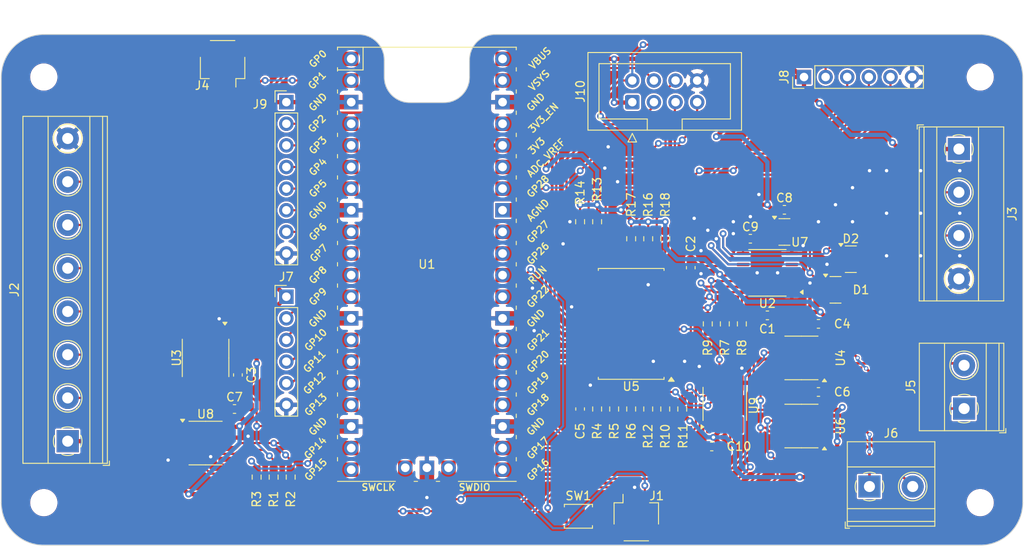
<source format=kicad_pcb>
(kicad_pcb (version 20240108) (generator "pcbnew") (generator_version "8.0")
  (layers (0 "F.Cu" signal) (31 "B.Cu" signal) (34 "B.Paste" user) (35 "F.Paste" user) (36 "B.SilkS" user "B.Silkscreen") (37 "F.SilkS" user "F.Silkscreen") (38 "B.Mask" user) (39 "F.Mask" user) (44 "Edge.Cuts" user))
  (net 0 "")
  (net 1 "GND")
  (net 2 "+5V")
  (net 3 "+3V3")
  (net 4 "/4.5V_VREF")
  (net 5 "/SWDIO")
  (net 6 "/SWCLK")
  (net 7 "/UART_RX")
  (net 8 "/UART_TX")
  (net 9 "/THCPL1_NEG")
  (net 10 "/THCPL1_POS")
  (net 11 "/THCPL2_NEG")
  (net 12 "/THCPL2_POS")
  (net 13 "/ADC_0")
  (net 14 "/IO_1")
  (net 15 "/IO_2")
  (net 16 "/IO_3")
  (net 17 "/IO_5")
  (net 18 "/IO_4")
  (net 19 "/ADC_1")
  (net 20 "/~{SPI1_CS0}")
  (net 21 "/EXT_SCL")
  (net 22 "/I2C0_SCL")
  (net 23 "/I2C0_SDA")
  (net 24 "/EXT_SDA")
  (net 25 "/~{EXT_INT}")
  (net 26 "/I2C1_SDA")
  (net 27 "/SPI0_RX")
  (net 28 "/SPI0_SCK")
  (net 29 "/I2C1_SCL")
  (net 30 "/GPIO2")
  (net 31 "/ZC_SIG")
  (net 32 "/HV_SCL")
  (net 33 "/HV_SDA")
  (net 34 "/~{IO_INT}")
  (net 35 "/~{MUX_INT}")
  (net 36 "/ADS_SDA")
  (net 37 "/TIMER_SDA")
  (net 38 "/ADS_SCL")
  (net 39 "/TIMER_SCL")
  (net 40 "/~{ADS_RDY}")
  (net 41 "/~{TIMER_INT}")
  (net 42 "/~{SPI0_CS1}")
  (net 43 "/~{SPI0_CS0}")
  (net 44 "+BATT")
  (net 45 "/SPI1_TX")
  (net 46 "/SPI1_RX")
  (net 47 "/SPI1_SCK")
  (net 48 "/GPIO6")
  (net 49 "/GPIO5")
  (net 50 "/GPIO3")
  (net 51 "/GPIO4")
  (net 52 "/GPIO7")
  (net 53 "/IO_6")
  (net 61 "Net-(U1-RUN)")
  (net 67 "/HV_IO2")
  (net 76 "/HV_IO1")
  (footprint "Connector_PinHeader_2.54mm:PinHeader_1x06_P2.54mm_Vertical" (layer "F.Cu") (at 139.3 40 90)
    (property "Reference" "J8")
    (property "Value" "EXT_I2C")
  )
  (footprint "Connector_PinHeader_2.54mm:PinHeader_1x06_P2.54mm_Vertical" (layer "F.Cu") (at 78.49 65.81)
    (property "Reference" "J7")
    (property "Value" "EXT_SPI")
  )
  (footprint "Capacitor_SMD:C_0603_1608Metric_Pad1.08x0.95mm_HandSolder" (layer "F.Cu") (at 133 59)
    (property "Reference" "C9")
    (property "Value" "0.1u")
  )
  (footprint "MountingHole:MountingHole_2.7mm_M2.5" (layer "F.Cu") (at 50 40)
    (property "Reference" "H1" (hide yes))
    (property "Value" "MountingHole")
  )
  (footprint "Package_SO:TSSOP-16_4.4x5mm_P0.65mm" (layer "F.Cu") (at 135 63 180)
    (property "Reference" "U2")
    (property "Value" "ADS1119IPWR")
  )
  (footprint "Package_SO:SOIC-8_3.9x4.9mm_P1.27mm" (layer "F.Cu") (at 69 83)
    (property "Reference" "U8")
    (property "Value" "FM24CL16B")
  )
  (footprint "MountingHole:MountingHole_2.7mm_M2.5" (layer "F.Cu") (at 160 90)
    (property "Reference" "H4" (hide yes))
    (property "Value" "MountingHole")
  )
  (footprint "Capacitor_SMD:C_0603_1608Metric_Pad1.08x0.95mm_HandSolder" (layer "F.Cu") (at 126 62.4 -90)
    (property "Reference" "C2")
    (property "Value" "0.1u")
  )
  (footprint "Package_SO:TSSOP-16_4.4x5mm_P0.65mm" (layer "F.Cu") (at 69 73 -90)
    (property "Reference" "U3")
    (property "Value" "TCA9534")
  )
  (footprint "Resistor_SMD:R_0603_1608Metric_Pad0.98x0.95mm_HandSolder" (layer "F.Cu") (at 121 59 -90)
    (property "Reference" "R16")
    (property "Value" "1k")
  )
  (footprint "Resistor_SMD:R_0603_1608Metric_Pad0.98x0.95mm_HandSolder" (layer "F.Cu") (at 119 79 90)
    (property "Reference" "R6")
    (property "Value" "1k")
  )
  (footprint "Resistor_SMD:R_0603_1608Metric_Pad0.98x0.95mm_HandSolder" (layer "F.Cu") (at 113 57 -90)
    (property "Reference" "R14")
    (property "Value" "1k")
  )
  (footprint "MCU_RaspberryPi_and_Boards:RPi_Pico_SMD_TH" (layer "F.Cu") (at 95 62)
    (property "Reference" "U1")
    (property "Value" "Pico")
  )
  (footprint "Resistor_SMD:R_0603_1608Metric_Pad0.98x0.95mm_HandSolder" (layer "F.Cu") (at 125 79 90)
    (property "Reference" "R11")
    (property "Value" "1k")
  )
  (footprint "Resistor_SMD:R_0603_1608Metric_Pad0.98x0.95mm_HandSolder" (layer "F.Cu") (at 75 87 90)
    (property "Reference" "R3")
    (property "Value" "1k")
  )
  (footprint "Connector_JST:JST_SH_SM03B-SRSS-TB_1x03-1MP_P1.00mm_Horizontal" (layer "F.Cu") (at 119.6 91.8)
    (property "Reference" "J1")
    (property "Value" "SWD")
  )
  (footprint "Package_TO_SOT_SMD:SOT-23" (layer "F.Cu") (at 144.8 61.4)
    (property "Reference" "D2")
    (property "Value" "4.7v")
  )
  (footprint "Resistor_SMD:R_0603_1608Metric_Pad0.98x0.95mm_HandSolder" (layer "F.Cu") (at 119 59 -90)
    (property "Reference" "R17")
    (property "Value" "1k")
  )
  (footprint "Resistor_SMD:R_0603_1608Metric_Pad0.98x0.95mm_HandSolder" (layer "F.Cu") (at 123 59 -90)
    (property "Reference" "R18")
    (property "Value" "1k")
  )
  (footprint "TerminalBlock_Phoenix:TerminalBlock_Phoenix_MKDS-1,5-4-5.08_1x04_P5.08mm_Horizontal" (layer "F.Cu") (at 157.5 48.46 -90)
    (property "Reference" "J3")
    (property "Value" "Conn_01x04")
  )
  (footprint "Resistor_SMD:R_0603_1608Metric_Pad0.98x0.95mm_HandSolder" (layer "F.Cu") (at 130 69 90)
    (property "Reference" "R7")
    (property "Value" "1k")
  )
  (footprint "Capacitor_SMD:C_0603_1608Metric_Pad1.08x0.95mm_HandSolder" (layer "F.Cu") (at 141 69 180)
    (property "Reference" "C4")
    (property "Value" "0.1u")
  )
  (footprint "TerminalBlock_Phoenix:TerminalBlock_Phoenix_MKDS-1,5-8-5.08_1x08_P5.08mm_Horizontal" (layer "F.Cu") (at 52.805 82.78 90)
    (property "Reference" "J2")
    (property "Value" "GPIO")
  )
  (footprint "Resistor_SMD:R_0603_1608Metric_Pad0.98x0.95mm_HandSolder" (layer "F.Cu") (at 132 69 90)
    (property "Reference" "R8")
    (property "Value" "1k")
  )
  (footprint "Capacitor_SMD:C_0603_1608Metric_Pad1.08x0.95mm_HandSolder" (layer "F.Cu") (at 135 68 180)
    (property "Reference" "C1")
    (property "Value" "0.1u")
  )
  (footprint "Resistor_SMD:R_0603_1608Metric_Pad0.98x0.95mm_HandSolder" (layer "F.Cu") (at 117 79 90)
    (property "Reference" "R5")
    (property "Value" "1k")
  )
  (footprint "MountingHole:MountingHole_2.7mm_M2.5" (layer "F.Cu") (at 50 90)
    (property "Reference" "H2" (hide yes))
    (property "Value" "MountingHole")
  )
  (footprint "Resistor_SMD:R_0603_1608Metric_Pad0.98x0.95mm_HandSolder" (layer "F.Cu") (at 79 87 90)
    (property "Reference" "R2")
    (property "Value" "1k")
  )
  (footprint "Package_SO:SOIC-8_3.9x4.9mm_P1.27mm" (layer "F.Cu") (at 139 81 180)
    (property "Reference" "U6")
    (property "Value" "MAX31855EASA")
  )
  (footprint "Resistor_SMD:R_0603_1608Metric_Pad0.98x0.95mm_HandSolder" (layer "F.Cu") (at 115 79 90)
    (property "Reference" "R4")
    (property "Value" "1k")
  )
  (footprint "Capacitor_SMD:C_0603_1608Metric_Pad1.08x0.95mm_HandSolder" (layer "F.Cu") (at 72.8 75 90)
    (property "Reference" "C3")
    (property "Value" "0.1u")
  )
  (footprint "Resistor_SMD:R_0603_1608Metric_Pad0.98x0.95mm_HandSolder" (layer "F.Cu") (at 123 79 90)
    (property "Reference" "R10")
    (property "Value" "1k")
  )
  (footprint "TerminalBlock_Phoenix:TerminalBlock_Phoenix_MKDS-1,5-2-5.08_1x02_P5.08mm_Horizontal" (layer "F.Cu") (at 158.11 78.95 90)
    (property "Reference" "J5")
    (property "Value" "Conn_01x02")
  )
  (footprint "Button_Switch_SMD:SW_SPST_B3U-1000P" (layer "F.Cu") (at 112.8 91.6 180)
    (property "Reference" "SW1")
    (property "Value" "RES")
  )
  (footprint "Connector_PinHeader_2.54mm:PinHeader_1x08_P2.54mm_Vertical" (layer "F.Cu") (at 78.49 42.95)
    (property "Reference" "J9")
    (property "Value" "GPIO")
  )
  (footprint "Package_SO:SOIC-20W_7.5x12.8mm_P1.27mm" (layer "F.Cu") (at 119 69 180)
    (property "Reference" "U5")
    (property "Value" "PCA9544AD")
  )
  (footprint "Resistor_SMD:R_0603_1608Metric_Pad0.98x0.95mm_HandSolder" (layer "F.Cu") (at 128 69 90)
    (property "Reference" "R9")
    (property "Value" "1k")
  )
  (footprint "Package_TO_SOT_SMD:SOT-23" (layer "F.Cu") (at 137 58.2)
    (property "Reference" "U7")
    (property "Value" "MAX6107")
  )
  (footprint "Package_SO:SOIC-8_3.9x4.9mm_P1.27mm" (layer "F.Cu") (at 130 78.4 90)
    (property "Reference" "U9")
    (property "Value" "DS3231MZ")
  )
  (footprint "Connector_IDC:IDC-Header_2x04_P2.54mm_Vertical" (layer "F.Cu") (at 119.13 42.95 90)
    (property "Reference" "J10")
    (property "Value" "HV_IDC")
  )
  (footprint "Resistor_SMD:R_0603_1608Metric_Pad0.98x0.95mm_HandSolder" (layer "F.Cu") (at 77 87 90)
    (property "Reference" "R1")
    (property "Value" "1k")
  )
  (footprint "Package_TO_SOT_SMD:SOT-23" (layer "F.Cu") (at 143 65)
    (property "Reference" "D1")
    (property "Value" "4.7v")
  )
  (footprint "Connector_JST:JST_SH_SM03B-SRSS-TB_1x03-1MP_P1.00mm_Horizontal" (layer "F.Cu") (at 71 38.4 180)
    (property "Reference" "J4")
    (property "Value" "UART")
  )
  (footprint "Capacitor_SMD:C_0603_1608Metric_Pad1.08x0.95mm_HandSolder" (layer "F.Cu") (at 128.4625 83.4 180)
    (property "Reference" "C10")
    (property "Value" "0.1u")
  )
  (footprint "Capacitor_SMD:C_0603_1608Metric_Pad1.08x0.95mm_HandSolder" (layer "F.Cu") (at 113 79 -90)
    (property "Reference" "C5")
    (property "Value" "0.1u")
  )
  (footprint "TerminalBlock_Phoenix:TerminalBlock_Phoenix_MKDS-1,5-2-5.08_1x02_P5.08mm_Horizontal" (layer "F.Cu") (at 146.99 88.105)
    (property "Reference" "J6")
    (property "Value" "Conn_01x02")
  )
  (footprint "Package_SO:SOIC-8_3.9x4.9mm_P1.27mm" (layer "F.Cu") (at 139 73 180)
    (property "Reference" "U4")
    (property "Value" "MAX31855EASA")
  )
  (footprint "Resistor_SMD:R_0603_1608Metric_Pad0.98x0.95mm_HandSolder" (layer "F.Cu") (at 121 79 90)
    (property "Reference" "R12")
    (property "Value" "1k")
  )
  (footprint "Capacitor_SMD:C_0603_1608Metric_Pad1.08x0.95mm_HandSolder" (layer "F.Cu") (at 137 55.6)
    (property "Reference" "C8")
    (property "Value" "0.1u")
  )
  (footprint "Capacitor_SMD:C_0603_1608Metric_Pad1.08x0.95mm_HandSolder" (layer "F.Cu") (at 72.4 79)
    (property "Reference" "C7")
    (property "Value" "0.1u")
  )
  (footprint "Capacitor_SMD:C_0603_1608Metric_Pad1.08x0.95mm_HandSolder" (layer "F.Cu") (at 141 77 180)
    (property "Reference" "C6")
    (property "Value" "0.1u")
  )
  (footprint "Resistor_SMD:R_0603_1608Metric_Pad0.98x0.95mm_HandSolder" (layer "F.Cu") (at 115 57 -90)
    (property "Reference" "R13")
    (property "Value" "1k")
  )
  (footprint "MountingHole:MountingHole_2.7mm_M2.5" (layer "F.Cu") (at 160 40)
    (property "Reference" "H3" (hide yes))
    (property "Value" "MountingHole")
  )
  (gr_line (start 45 90) (end 45 40) (stroke (width 0.1)) (layer "Edge.Cuts"))
  (gr_arc (start 93 43) (mid 90.87868 42.12132) (end 90 40) (stroke (width 0.1)) (layer "Edge.Cuts"))
  (gr_arc (start 45 40) (mid 46.464466 36.464466) (end 50 35) (stroke (width 0.1)) (layer "Edge.Cuts"))
  (gr_line (start 103 35) (end 160 35) (stroke (width 0.1)) (layer "Edge.Cuts"))
  (gr_arc (start 165 90) (mid 163.535534 93.535534) (end 160 95) (stroke (width 0.1)) (layer "Edge.Cuts"))
  (gr_line (start 93 43) (end 97 43) (stroke (width 0.1)) (layer "Edge.Cuts"))
  (gr_arc (start 160 35) (mid 163.535534 36.464466) (end 165 40) (stroke (width 0.1)) (layer "Edge.Cuts"))
  (gr_line (start 165 40) (end 165 90) (stroke (width 0.1)) (layer "Edge.Cuts"))
  (gr_arc (start 50 95) (mid 46.464466 93.535534) (end 45 90) (stroke (width 0.1)) (layer "Edge.Cuts"))
  (gr_line (start 160 95) (end 50 95) (stroke (width 0.1)) (layer "Edge.Cuts"))
  (gr_arc (start 100 38) (mid 100.87868 35.87868) (end 103 35) (stroke (width 0.1)) (layer "Edge.Cuts"))
  (gr_arc (start 100 40) (mid 99.12132 42.12132) (end 97 43) (stroke (width 0.1)) (layer "Edge.Cuts"))
  (gr_line (start 50 35) (end 87 35) (stroke (width 0.1)) (layer "Edge.Cuts"))
  (gr_line (start 100 40) (end 100 38) (stroke (width 0.1)) (layer "Edge.Cuts"))
  (gr_line (start 90 38) (end 90 40) (stroke (width 0.1)) (layer "Edge.Cuts"))
  (gr_arc (start 87 35) (mid 89.12132 35.87868) (end 90 38) (stroke (width 0.1)) (layer "Edge.Cuts"))
  (via (at 119.4 88.2) (size 0.8) (drill 0.4) (layers "F.Cu" "B.Cu") (net 1))
  (via (at 157.6 61) (size 0.8) (drill 0.4) (layers "F.Cu" "B.Cu") (net 1))
  (via (at 149 61) (size 0.8) (drill 0.4) (layers "F.Cu" "B.Cu") (net 1))
  (via (at 70.6 68.4) (size 0.8) (drill 0.4) (layers "F.Cu" "B.Cu") (net 1))
  (via (at 127 74) (size 0.8) (drill 0.4) (layers "F.Cu" "B.Cu") (net 1))
  (via (at 153 61) (size 0.8) (drill 0.4) (layers "F.Cu" "B.Cu") (net 1))
  (via (at 139.2 59.8) (size 0.8) (drill 0.4) (layers "F.Cu" "B.Cu") (net 1))
  (via (at 147 51) (size 0.8) (drill 0.4) (layers "F.Cu" "B.Cu") (net 1))
  (via (at 74 82.2) (size 0.8) (drill 0.4) (layers "F.Cu" "B.Cu") (net 1))
  (via (at 157.6 51) (size 0.8) (drill 0.4) (layers "F.Cu" "B.Cu") (net 1))
  (via (at 128 58) (size 0.8) (drill 0.4) (layers "F.Cu" "B.Cu") (net 1))
  (via (at 95 89.4) (size 0.8) (drill 0.4) (layers "F.Cu" "B.Cu") (net 1))
  (via (at 134 53.8) (size 0.8) (drill 0.4) (layers "F.Cu" "B.Cu") (net 1))
  (via (at 69.6 84.6) (size 0.8) (drill 0.4) (layers "F.Cu" "B.Cu") (net 1))
  (via (at 111 59.6) (size 0.8) (drill 0.4) (layers "F.Cu" "B.Cu") (net 1))
  (via (at 131 57) (size 0.8) (drill 0.4) (layers "F.Cu" "B.Cu") (net 1))
  (via (at 121.6 73.4) (size 0.8) (drill 0.4) (layers "F.Cu" "B.Cu") (net 1))
  (via (at 111.8 57) (size 0.8) (drill 0.4) (layers "F.Cu" "B.Cu") (net 1))
  (via (at 127.2 60.4) (size 0.8) (drill 0.4) (layers "F.Cu" "B.Cu") (net 1))
  (via (at 140 64.2) (size 0.8) (drill 0.4) (layers "F.Cu" "B.Cu") (net 1))
  (via (at 145 53) (size 0.8) (drill 0.4) (layers "F.Cu" "B.Cu") (net 1))
  (via (at 127.2 63.106326) (size 0.8) (drill 0.4) (layers "F.Cu" "B.Cu") (net 1))
  (via (at 131 58.4) (size 0.8) (drill 0.4) (layers "F.Cu" "B.Cu") (net 1))
  (via (at 133.8 63) (size 0.8) (drill 0.4) (layers "F.Cu" "B.Cu") (net 1))
  (via (at 116.3 48.2) (size 0.8) (drill 0.4) (layers "F.Cu" "B.Cu") (net 1))
  (via (at 153 51) (size 0.8) (drill 0.4) (layers "F.Cu" "B.Cu") (net 1))
  (via (at 121 64.4) (size 0.8) (drill 0.4) (layers "F.Cu" "B.Cu") (net 1))
  (via (at 136.2 63) (size 0.8) (drill 0.4) (layers "F.Cu" "B.Cu") (net 1))
  (via (at 143 55) (size 0.8) (drill 0.4) (layers "F.Cu" "B.Cu") (net 1))
  (via (at 142 62) (size 0.8) (drill 0.4) (layers "F.Cu" "B.Cu") (net 1))
  (via (at 115.9 50.7) (size 0.8) (drill 0.4) (layers "F.Cu" "B.Cu") (net 1))
  (via (at 107.6 69.8) (size 0.8) (drill 0.4) (layers "F.Cu" "B.Cu") (net 1))
  (via (at 112 67) (size 0.8) (drill 0.4) (layers "F.Cu" "B.Cu") (net 1))
  (via (at 157.6 56) (size 0.8) (drill 0.4) (layers "F.Cu" "B.Cu") (net 1))
  (via (at 153 56) (size 0.8) (drill 0.4) (layers "F.Cu" "B.Cu") (net 1))
  (via (at 149 51) (size 0.8) (drill 0.4) (layers "F.Cu" "B.Cu") (net 1))
  (via (at 117.4 52.3) (size 0.8) (drill 0.4) (layers "F.Cu" "B.Cu") (net 1))
  (via (at 145 57) (size 0.8) (drill 0.4) (layers "F.Cu" "B.Cu") (net 1))
  (via (at 149 56) (size 0.8) (drill 0.4) (layers "F.Cu" "B.Cu") (net 1))
  (via (at 141 57) (size 0.8) (drill 0.4) (layers "F.Cu" "B.Cu") (net 1))
  (via (at 107.4 64.8) (size 0.8) (drill 0.4) (layers "F.Cu" "B.Cu") (net 1))
  (via (at 129 59) (size 0.8) (drill 0.4) (layers "F.Cu" "B.Cu") (net 1))
  (via (at 132 74.2) (size 0.8) (drill 0.4) (layers "F.Cu" "B.Cu") (net 1))
  (via (at 125.275 73.4) (size 0.8) (drill 0.4) (layers "F.Cu" "B.Cu") (net 1))
  (via (at 126.4 56.6) (size 0.8) (drill 0.4) (layers "F.Cu" "B.Cu") (net 1))
  (via (at 114.2 76.2) (size 0.8) (drill 0.4) (layers "F.Cu" "B.Cu") (net 1))
  (via (at 133 56.4) (size 0.8) (drill 0.4) (layers "F.Cu" "B.Cu") (net 1))
  (via (at 64.6 85) (size 0.8) (drill 0.4) (layers "F.Cu" "B.Cu") (net 1))
  (segment (start 136.1375 55.6) (end 135.6 55.6) (width 0.5) (layer "F.Cu") (net 2))
  (segment (start 139.3 41.3) (end 139.3 40) (width 0.5) (layer "F.Cu") (net 2))
  (segment (start 139.3 40) (end 139 40) (width 0.5) (layer "F.Cu") (net 2))
  (segment (start 117 37.87) (end 103.89 37.87) (width 0.5) (layer "F.Cu") (net 2))
  (segment (start 129.925305 62.675) (end 132.1375 62.675) (width 0.25) (layer "F.Cu") (net 2))
  (segment (start 136.0625 55.675) (end 136.1375 55.6) (width 0.25) (layer "F.Cu") (net 2))
  (segment (start 119.08 43) (end 119.13 42.95) (width 0.5) (layer "F.Cu") (net 2))
  (segment (start 126.3375 61.5375) (end 127 62.2) (width 0.25) (layer "F.Cu") (net 2))
  (segment (start 127 62.2) (end 129.450305 62.2) (width 0.25) (layer "F.Cu") (net 2))
  (segment (start 139 40) (end 136.87 37.87) (width 0.5) (layer "F.Cu") (net 2))
  (segment (start 150.46 48.46) (end 157.5 48.46) (width 0.5) (layer "F.Cu") (net 2))
  (segment (start 149.7 47.7) (end 150.46 48.46) (width 0.5) (layer "F.Cu") (net 2))
  (segment (start 135.6 55.6) (end 135 55) (width 0.5) (layer "F.Cu") (net 2))
  (segment (start 117 43) (end 119.08 43) (width 0.5) (layer "F.Cu") (net 2))
  (segment (start 126 61.5375) (end 126.3375 61.5375) (width 0.25) (layer "F.Cu") (net 2))
  (segment (start 126 61.5375) (end 126 58.401041) (width 0.5) (layer "F.Cu") (net 2))
  (segment (start 126 58.401041) (end 128.401041 56) (width 0.5) (layer "F.Cu") (net 2))
  (segment (start 129.450305 62.2) (end 129.925305 62.675) (width 0.25) (layer "F.Cu") (net 2))
  (segment (start 136.87 37.87) (end 117 37.87) (width 0.5) (layer "F.Cu") (net 2))
  (segment (start 132.2 55) (end 135 55) (width 0.5) (layer "F.Cu") (net 2))
  (segment (start 139.3 40) (end 136 40) (width 0.5) (layer "F.Cu") (net 2))
  (segment (start 136.0625 57.25) (end 136.0625 55.675) (width 0.25) (layer "F.Cu") (net 2))
  (segment (start 131.2 56) (end 132.2 55) (width 0.5) (layer "F.Cu") (net 2))
  (segment (start 128.401041 56) (end 131.2 56) (width 0.5) (layer "F.Cu") (net 2))
  (segment (start 141.1 43.1) (end 139.3 41.3) (width 0.5) (layer "F.Cu") (net 2))
  (segment (start 136 40) (end 129 47) (width 0.5) (layer "F.Cu") (net 2))
  (via (at 129 47) (size 0.8) (drill 0.4) (layers "F.Cu" "B.Cu") (net 2))
  (via (at 141.1 43.1) (size 0.8) (drill 0.4) (layers "F.Cu" "B.Cu") (net 2))
  (via (at 117 43) (size 0.8) (drill 0.4) (layers "F.Cu" "B.Cu") (net 2))
  (via (at 117 37.87) (size 0.8) (drill 0.4) (layers "F.Cu" "B.Cu") (net 2))
  (via (at 149.7 47.7) (size 0.8) (drill 0.4) (layers "F.Cu" "B.Cu") (net 2))
  (via (at 135 55) (size 0.8) (drill 0.4) (layers "F.Cu" "B.Cu") (net 2))
  (segment (start 129 47) (end 132 47) (width 0.5) (layer "B.Cu") (net 2))
  (segment (start 141.1 43.1) (end 144.8 46.8) (width 0.5) (layer "B.Cu") (net 2))
  (segment (start 117 43) (end 117 37.87) (width 0.5) (layer "B.Cu") (net 2))
  (segment (start 132 47) (end 135 50) (width 0.5) (layer "B.Cu") (net 2))
  (segment (start 148.8 46.8) (end 149.7 47.7) (width 0.5) (layer "B.Cu") (net 2))
  (segment (start 144.8 46.8) (end 148.8 46.8) (width 0.5) (layer "B.Cu") (net 2))
  (segment (start 135 50) (end 135 55) (width 0.5) (layer "B.Cu") (net 2))
  (segment (start 72.8 75.8625) (end 74.3375 75.8625) (width 0.5) (layer "F.Cu") (net 3))
  (segment (start 58.78 82.78) (end 52.805 82.78) (width 0.5) (layer "F.Cu") (net 3))
  (segment (start 143.8 78.8) (end 143.505 79.095) (width 0.5) (layer "F.Cu") (net 3))
  (segment (start 143.4 70.8) (end 143.105 71.095) (width 0.5) (layer "F.Cu") (net 3))
  (segment (start 112.4 75.4) (end 112.4 76.2) (width 0.5) (layer "F.Cu") (net 3))
  (segment (start 129.325 82.991366) (end 128.659016 82.325382) (width 0.5) (layer "F.Cu") (net 3))
  (segment (start 117.59 40.41) (end 119.13 40.41) (width 0.25) (layer "F.Cu") (net 3))
  (segment (start 139.505 71.095) (end 141.475 71.095) (width 0.4) (layer "F.Cu") (net 3))
  (segment (start 109 50.8) (end 109 49.4) (width 0.5) (layer "F.Cu") (net 3))
  (segment (start 79 87.9125) (end 75 87.9125) (width 0.5) (layer "F.Cu") (net 3))
  (segment (start 115.4 42.6) (end 117.59 40.41) (width 0.25) (layer "F.Cu") (net 3))
  (segment (start 143.105 71.095) (end 141.475 71.095) (width 0.5) (layer "F.Cu") (net 3))
  (segment (start 143.2 84.8) (end 143.2 82.8) (width 0.5) (layer "F.Cu") (net 3))
  (segment (start 65 87) (end 63 87) (width 0.5) (layer "F.Cu") (net 3))
  (segment (start 139.8 36.2) (end 141.84 38.24) (width 0.25) (layer "F.Cu") (net 3))
  (segment (start 125 79.9125) (end 125.3875 79.9125) (width 0.5) (layer "F.Cu") (net 3))
  (segment (start 67 89) (end 69.9625 89) (width 0.5) (layer "F.Cu") (net 3))
  (segment (start 129.365 81.619398) (end 129.365 80.875) (width 0.5) (layer "F.Cu") (net 3))
  (segment (start 78.49 65.81) (end 75 69.3) (width 0.5) (layer "F.Cu") (net 3))
  (segment (start 140 65.375001) (end 140 67.6) (width 0.4) (layer "F.Cu") (net 3))
  (segment (start 72.905 81.095) (end 73 81) (width 0.25) (layer "F.Cu") (net 3))
  (segment (start 97.03 48.03) (end 103.89 48.03) (width 0.5) (layer "F.Cu") (net 3))
  (segment (start 88.2 44.2) (end 82.2 44.2) (width 0.3) (layer "F.Cu") (net 3))
  (segment (start 142.2 79.095) (end 142.2 77.3375) (width 0.5) (layer "F.Cu") (net 3))
  (segment (start 117.8 55.6) (end 119 56.8) (width 0.5) (layer "F.Cu") (net 3))
  (segment (start 141.215625 67.6) (end 138 67.6) (width 0.5) (layer "F.Cu") (net 3))
  (segment (start 129.55 63.325) (end 129.4 63.175) (width 0.25) (layer "F.Cu") (net 3))
  (segment (start 75 75.2) (end 75 73.6625) (width 0.5) (layer "F.Cu") (net 3))
  (segment (start 72.8 75.8625) (end 71.275 75.8625) (width 0.4) (layer "F.Cu") (net 3))
  (segment (start 128 69.9125) (end 132 69.9125) (width 0.5) (layer "F.Cu") (net 3))
  (segment (start 138.599999 63.975) (end 140 65.375001) (width 0.25) (layer "F.Cu") (net 3))
  (segment (start 115 79.9125) (end 125 79.9125) (width 0.5) (layer "F.Cu") (net 3))
  (segment (start 141.475 79.095) (end 142.2 79.095) (width 0.5) (layer "F.Cu") (net 3))
  (segment (start 113.225 78.1375) (end 115 79.9125) (width 0.5) (layer "F.Cu") (net 3))
  (segment (start 114.35 74.715) (end 113.085 74.715) (width 0.5) (layer "F.Cu") (net 3))
  (segment (start 120.4 36.2) (end 139.8 36.2) (width 0.25) (layer "F.Cu") (net 3))
  (segment (start 125.3875 79.9125) (end 125.875 80.4) (width 0.5) (layer "F.Cu") (net 3))
  (segment (start 93.2 44.2) (end 97.03 48.03) (width 0.5) (layer "F.Cu") (net 3))
  (segment (start 138.4 72.2) (end 139.505 71.095) (width 0.4) (layer "F.Cu") (net 3))
  (segment (start 133.95 69.9125) (end 132 69.9125) (width 0.5) (layer "F.Cu") (net 3))
  (segment (start 138 67.6) (end 137.6 68) (width 0.5) (layer "F.Cu") (net 3))
  (segment (start 75 45) (end 77.05 42.95) (width 0.5) (layer "F.Cu") (net 3))
  (segment (start 142.8 69) (end 143.4 69.6) (width 0.5) (layer "F.Cu") (net 3))
  (segment (start 115 55) (end 115 56.0875) (width 0.25) (layer "F.Cu") (net 3))
  (segment (start 71.6325 81.095) (end 71.5375 81) (width 0.5) (layer "F.Cu") (net 3))
  (segment (start 113.085 74.715) (end 112.4 75.4) (width 0.5) (layer "F.Cu") (net 3))
  (segment (start 71.475 81.095) (end 72.905 81.095) (width 0.25) (layer "F.Cu") (net 3))
  (segment (start 107.63 48.03) (end 103.89 48.03) (width 0.5) (layer "F.Cu") (net 3))
  (segment (start 75 62.32) (end 75 45) (width 0.5) (layer "F.Cu") (net 3))
  (segment (start 112.4 76.2) (end 113 76.8) (width 0.5) (layer "F.Cu") (net 3))
  (segment (start 143.4 69.6) (end 143.4 70.8) (width 0.5) (layer "F.Cu") (net 3))
  (segment (start 141.84 38.24) (end 141.84 40) (width 0.25) (layer "F.Cu") (net 3))
  (segment (start 113 78.1375) (end 113.225 78.1375) (width 0.25) (layer "F.Cu") (net 3))
  (segment (start 141.8625 69) (end 141.8625 68.246875) (width 0.5) (layer "F.Cu") (net 3))
  (segment (start 121 57) (end 121 58.0875) (width 0.25) (layer "F.Cu") (net 3))
  (segment (start 109 49.4) (end 107.63 48.03) (width 0.5) (layer "F.Cu") (net 3))
  (segment (start 132.1375 63.325) (end 129.55 63.325) (width 0.25) (layer "F.Cu") (net 3))
  (segment (start 72.905 81.095) (end 71.6325 81.095) (width 0.5) (layer "F.Cu") (net 3))
  (segment (start 141.8625 69) (end 142.8 69) (width 0.5) (layer "F.Cu") (net 3))
  (segment (start 123 57) (end 123 58.0875) (width 0.25) (layer "F.Cu") (net 3))
  (segment (start 113 76.8) (end 113 78.1375) (width 0.5) (layer "F.Cu") (net 3))
  (segment (start 74.3375 75.8625) (end 75 75.2) (width 0.5) (layer "F.Cu") (net 3))
  (segment (start 142.2 77.3375) (end 141.8625 77) (width 0.5) (layer "F.Cu") (net 3))
  (segment (start 75 69.3) (end 75 73.6625) (width 0.5) (layer "F.Cu") (net 3))
  (segment (start 137.8625 63.975) (end 138.599999 63.975) (width 0.25) (layer "F.Cu") (net 3))
  (segment (start 140.6625 75.8) (end 139.2 75.8) (width 0.4) (layer "F.Cu") (net 3))
  (segment (start 115.4 44.6) (end 115.4 42.6) (width 0.25) (layer "F.Cu") (net 3))
  (segment (start 139.2 75.8) (end 138.4 75) (width 0.4) (layer "F.Cu") (net 3))
  (segment (start 137.6 68) (end 135.8625 68) (width 0.5) (layer "F.Cu") (net 3))
  (segment (start 78.49 42.95) (end 80.95 42.95) (width 0.5) (layer "F.Cu") (net 3))
  (segment (start 119 57) (end 119 58.0875) (width 0.25) (layer "F.Cu") (net 3))
  (segment (start 69.9625 89) (end 71.05 87.9125) (width 0.5) (layer "F.Cu") (net 3))
  (segment (start 141 87) (end 143.2 84.8) (width 0.5) (layer "F.Cu") (net 3))
  (segment (start 138.8 87) (end 141 87) (width 0.5) (layer "F.Cu") (net 3))
  (segment (start 138.4 75) (end 138.4 72.2) (width 0.4) (layer "F.Cu") (net 3))
  (segment (start 143.505 79.095) (end 141.475 79.095) (width 0.5) (layer "F.Cu") (net 3))
  (segment (start 141.8625 77) (end 140.6625 75.8) (width 0.4) (layer "F.Cu") (net 3))
  (segment (start 67 89) (end 65 87) (width 0.5) (layer "F.Cu") (net 3))
  (segment (start 77.05 42.95) (end 78.49 42.95) (width 0.5) (layer "F.Cu") (net 3))
  (segment (start 71.05 87.9125) (end 75 87.9125) (width 0.5) (layer "F.Cu") (net 3))
  (segment (start 113 55) (end 113 56.0875) (width 0.25) (layer "F.Cu") (net 3))
  (segment (start 128.659016 82.325382) (end 129.365 81.619398) (width 0.5) (layer "F.Cu") (net 3))
  (segment (start 93.2 44.2) (end 88.2 44.2) (width 0.5) (layer "F.Cu") (net 3))
  (segment (start 135.8625 68) (end 133.95 69.9125) (width 0.5) (layer "F.Cu") (net 3))
  (segment (start 129.325 83.4) (end 129.325 82.991366) (width 0.5) (layer "F.Cu") (net 3))
  (segment (start 141.8625 68.246875) (end 141.215625 67.6) (width 0.5) (layer "F.Cu") (net 3))
  (segment (start 63 87) (end 58.78 82.78) (width 0.5) (layer "F.Cu") (net 3))
  (segment (start 71.5375 81) (end 71.5375 79) (width 0.6) (layer "F.Cu") (net 3))
  (segment (start 80.95 42.95) (end 82.2 44.2) (width 0.5) (layer "F.Cu") (net 3))
  (segment (start 78.49 65.81) (end 75 62.32) (width 0.5) (layer "F.Cu") (net 3))
  (segment (start 119 56.8) (end 119 57) (width 0.5) (layer "F.Cu") (net 3))
  (via (at 109 50.8) (size 0.8) (drill 0.4) (layers "F.Cu" "B.Cu") (net 3))
  (via (at 75 73.6625) (size 0.8) (drill 0.4) (layers "F.Cu" "B.Cu") (net 3))
  (via (at 138.8 87) (size 0.8) (drill 0.4) (layers "F.Cu" "B.Cu") (net 3))
  (via (at 119 57) (size 0.8) (drill 0.4) (layers "F.Cu" "B.Cu") (net 3))
  (via (at 128.659016 82.325382) (size 0.8) (drill 0.4) (layers "F.Cu" "B.Cu") (net 3))
  (via (at 143.8 78.8) (size 0.8) (drill 0.4) (layers "F.Cu" "B.Cu") (net 3))
  (via (at 115 55) (size 0.8) (drill 0.4) (layers "F.Cu" "B.Cu") (net 3))
  (via (at 129.4 63.175) (size 0.8) (drill 0.4) (layers "F.Cu" "B.Cu") (net 3))
  (via (at 125.875 80.4) (size 0.8) (drill 0.4) (layers "F.Cu" "B.Cu") (net 3))
  (via (at 121 57) (size 0.8) (drill 0.4) (layers "F.Cu" "B.Cu") (net 3))
  (via (at 120.4 36.2) (size 0.8) (drill 0.4) (layers "F.Cu" "B.Cu") (net 3))
  (via (at 67 89) (size 0.8) (drill 0.4) (layers "F.Cu" "B.Cu") (net 3))
  (via (at 115.4 44.6) (size 0.8) (drill 0.4) (layers "F.Cu" "B.Cu") (net 3))
  (via (at 141.215625 67.6) (size 0.8) (drill 0.4) (layers "F.Cu" "B.Cu") (net 3))
  (via (at 123 57) (size 0.8) (drill 0.4) (layers "F.Cu" "B.Cu") (net 3))
  (via (at 117.8 55.6) (size 0.8) (drill 0.4) (layers "F.Cu" "B.Cu") (net 3))
  (via (at 73 81) (size 0.8) (drill 0.4) (layers "F.Cu" "B.Cu") (net 3))
  (via (at 113 55) (size 0.8) (drill 0.4) (layers "F.Cu" "B.Cu") (net 3))
  (via (at 143.2 82.8) (size 0.8) (drill 0.4) (layers "F.Cu" "B.Cu") (net 3))
  (segment (start 119 57) (end 119 56.8) (width 0.25) (layer "B.Cu") (net 3))
  (segment (start 126 80.4) (end 125.875 80.4) (width 0.5) (layer "B.Cu") (net 3))
  (segment (start 124.4 61.4) (end 123 60) (width 0.5) (layer "B.Cu") (net 3))
  (segment (start 115.4 44.6) (end 118.8 48) (width 0.5) (layer "B.Cu") (net 3))
  (segment (start 119.13 37.47) (end 119.13 40.41) (width 0.25) (layer "B.Cu") (net 3))
  (segment (start 131.2 83.4) (end 130.125382 82.325382) (width 0.5) (layer "B.Cu") (net 3))
  (segment (start 115.6 55.6) (end 117.8 55.6) (width 0.5) (layer "B.Cu") (net 3))
  (segment (start 131.2 86) (end 131.2 83.4) (width 0.5) (layer "B.Cu") (net 3))
  (segment (start 110.6 49.2) (end 113.2 49.2) (width 0.5) (layer "B.Cu") (net 3))
  (segment (start 130.125382 82.325382) (end 128.659016 82.325382) (width 0.5) (layer "B.Cu") (net 3))
  (segment (start 123 60) (end 123 57) (width 0.5) (layer "B.Cu") (net 3))
  (segment (start 118.8 54.6) (end 117.8 55.6) (width 0.5) (layer "B.Cu") (net 3))
  (segment (start 119 57) (end 121 57) (width 0.5) (layer "B.Cu") (net 3))
  (segment (start 140.015625 66.4) (end 141.215625 67.6) (width 0.5) (layer "B.Cu") (net 3))
  (segment (start 129.4 63.175) (end 132.625 66.4) (width 0.5) (layer "B.Cu") (net 3))
  (segment (start 115 55) (end 115.6 55.6) (width 0.5) (layer "B.Cu") (net 3))
  (segment (start 138.8 87) (end 132.2 87) (width 0.5) (layer "B.Cu") (net 3))
  (segment (start 132.2 87) (end 131.2 86) (width 0.5) (layer "B.Cu") (net 3))
  (segment (start 129.4 63.175) (end 127.625 61.4) (width 0.5) (layer "B.Cu") (net 3))
  (segment (start 121 57) (end 123 57) (width 0.5) (layer "B.Cu") (net 3))
  (segment (start 127.625 61.4) (end 124.4 61.4) (width 0.5) (layer "B.Cu") (net 3))
  (segment (start 127.925382 82.325382) (end 126 80.4) (width 0.5) (layer "B.Cu") (net 3))
  (segment (start 115 51) (end 115 55) (width 0.5) (layer "B.Cu") (net 3))
  (segment (start 109 50.8) (end 110.6 49.2) (width 0.5) (layer "B.Cu") (net 3))
  (segment (start 128.659016 82.325382) (end 127.925382 82.325382) (width 0.5) (layer "B.Cu") (net 3))
  (segment (start 143.2 79.4) (end 143.2 82.8) (width 0.5) (layer "B.Cu") (net 3))
  (segment (start 118.8 48) (end 118.8 54.6) (width 0.5) (layer "B.Cu") (net 3))
  (segment (start 120.4 36.2) (end 119.13 37.47) (width 0.25) (layer "B.Cu") (net 3))
  (segment (start 75 79) (end 75 73.6625) (width 0.5) (layer "B.Cu") (net 3))
  (segment (start 143.8 78.8) (end 143.2 79.4) (width 0.5) (layer "B.Cu") (net 3))
  (segment (start 73 81) (end 75 79) (width 0.5) (layer "B.Cu") (net 3))
  (segment (start 113.2 49.2) (end 115 51) (width 0.5) (layer "B.Cu") (net 3))
  (segment (start 73 83) (end 73 81) (width 0.5) (layer "B.Cu") (net 3))
  (segment (start 67 89) (end 73 83) (width 0.5) (layer "B.Cu") (net 3))
  (segment (start 113 55) (end 115 55) (width 0.5) (layer "B.Cu") (net 3))
  (segment (start 132.625 66.4) (end 140.015625 66.4) (width 0.5) (layer "B.Cu") (net 3))
  (segment (start 132.1375 60.725) (end 132.1375 59) (width 0.25) (layer "F.Cu") (net 4))
  (segment (start 136.0625 59.15) (end 134.3125 57.4) (width 0.3) (layer "F.Cu") (net 4))
  (segment (start 132.1375 57.93125) (end 132.1375 59) (width 0.3) (layer "F.Cu") (net 4))
  (segment (start 132.66875 57.4) (end 132.1375 57.93125) (width 0.3) (layer "F.Cu") (net 4))
  (segment (start 134.3125 57.4) (end 132.66875 57.4) (width 0.3) (layer "F.Cu") (net 4))
  (segment (start 97.54 88.94) (end 97.54 85.9) (width 0.25) (layer "F.Cu") (net 5))
  (segment (start 120.6 88) (end 120.6 89.8) (width 0.25) (layer "F.Cu") (net 5))
  (segment (start 99 89.6) (end 98.2 89.6) (width 0.25) (layer "F.Cu") (net 5))
  (segment (start 98.2 89.6) (end 97.54 88.94) (width 0.25) (layer "F.Cu") (net 5))
  (via (at 99 89.6) (size 0.8) (drill 0.4) (layers "F.Cu" "B.Cu") (net 5))
  (via (at 120.6 88) (size 0.8) (drill 0.4) (layers "F.Cu" "B.Cu") (net 5))
  (segment (start 105.8 89) (end 109.8 93) (width 0.25) (layer "B.Cu") (net 5))
  (segment (start 117.4 86.6) (end 120.2 86.6) (width 0.25) (layer "B.Cu") (net 5))
  (segment (start 109.8 93) (end 111 93) (width 0.25) (layer "B.Cu") (net 5))
  (segment (start 99.6 89) (end 105.8 89) (width 0.25) (layer "B.Cu") (net 5))
  (segment (start 120.2 86.6) (end 120.6 87) (width 0.25) (layer "B.Cu") (net 5))
  (segment (start 99 89.6) (end 99.6 89) (width 0.25) (layer "B.Cu") (net 5))
  (segment (start 111 93) (end 117.4 86.6) (width 0.25) (layer "B.Cu") (net 5))
  (segment (start 120.6 87) (end 120.6 88) (width 0.25) (layer "B.Cu") (net 5))
  (segment (start 92.46 85.9) (end 92.46 89.86) (width 0.25) (layer "F.Cu") (net 6))
  (segment (start 95.4 92.8) (end 105.8 92.8) (width 0.25) (layer "F.Cu") (net 6))
  (segment (start 92.46 89.86) (end 95.4 92.8) (width 0.25) (layer "F.Cu") (net 6))
  (segment (start 110.4 88.2) (end 118 88.2) (width 0.25) (layer "F.Cu") (net 6))
  (segment (start 118 88.2) (end 118.6 88.8) (width 0.25) (layer "F.Cu") (net 6))
  (segment (start 105.8 92.8) (end 110.4 88.2) (width 0.25) (layer "F.Cu") (net 6))
  (segment (start 118.6 88.8) (end 118.6 89.8) (width 0.25) (layer "F.Cu") (net 6))
  (segment (start 79.21 40.41) (end 79.2 40.4) (width 0.25) (layer "F.Cu") (net 7))
  (segment (start 75.6 40.4) (end 74.2 41.8) (width 0.25) (layer "F.Cu") (net 7))
  (segment (start 72 41.2) (end 72 40.4) (width 0.25) (layer "F.Cu") (net 7))
  (segment (start 74.2 41.8) (end 72.6 41.8) (width 0.25) (layer "F.Cu") (net 7))
  (segment (start 72.6 41.8) (end 72 41.2) (width 0.25) (layer "F.Cu") (net 7))
  (segment (start 76 40.4) (end 75.6 40.4) (width 0.25) (layer "F.Cu") (net 7))
  (segment (start 86.11 40.41) (end 79.21 40.41) (width 0.25) (layer "F.Cu") (net 7))
  (via (at 79.2 40.4) (size 0.8) (drill 0.4) (layers "F.Cu" "B.Cu") (net 7))
  (via (at 76 40.4) (size 0.8) (drill 0.4) (layers "F.Cu" "B.Cu") (net 7))
  (segment (start 79.2 40.4) (end 76 40.4) (width 0.25) (layer "B.Cu") (net 7))
  (segment (start 74.4 43.6) (end 80.13 37.87) (width 0.25) (layer "F.Cu") (net 8))
  (segment (start 71.6 43.6) (end 74.4 43.6) (width 0.25) (layer "F.Cu") (net 8))
  (segment (start 70 42) (end 71.6 43.6) (width 0.25) (layer "F.Cu") (net 8))
  (segment (start 70 40.4) (end 70 42) (width 0.25) (layer "F.Cu") (net 8))
  (segment (start 80.13 37.87) (end 86.11 37.87) (width 0.25) (layer "F.Cu") (net 8))
  (segment (start 157.875 73.635) (end 158.11 73.87) (width 0.3) (layer "F.Cu") (net 9))
  (segment (start 141.475 73.635) (end 157.875 73.635) (width 0.3) (layer "F.Cu") (net 9))
  (segment (start 141.475 72.365) (end 144.965 72.365) (width 0.3) (layer "F.Cu") (net 10))
  (segment (start 151.315 78.95) (end 158.11 78.95) (width 0.3) (layer "F.Cu") (net 10))
  (segment (start 146.6 74.235) (end 151.315 78.95) (width 0.3) (layer "F.Cu") (net 10))
  (segment (start 144.965 72.365) (end 145.6 73) (width 0.3) (layer "F.Cu") (net 10))
  (via (at 146.6 74.235) (size 0.5) (drill 0.3) (layers "F.Cu" "B.Cu") (net 10))
  (via (at 145.6 73) (size 0.5) (drill 0.3) (layers "F.Cu" "B.Cu") (net 10))
  (segment (start 145.6 73.235) (end 146.6 74.235) (width 0.3) (layer "B.Cu") (net 10))
  (segment (start 145.6 73) (end 145.6 73.235) (width 0.3) (layer "B.Cu") (net 10))
  (segment (start 145.6 81.635) (end 152.07 88.105) (width 0.3) (layer "F.Cu") (net 11))
  (segment (start 141.475 81.635) (end 145.6 81.635) (width 0.3) (layer "F.Cu") (net 11))
  (segment (start 145.365 80.365) (end 141.475 80.365) (width 0.3) (layer "F.Cu") (net 12))
  (segment (start 146.99 88.105) (end 146.99 84.01) (width 0.3) (layer "F.Cu") (net 12))
  (segment (start 146.99 84.01) (end 147 84) (width 0.3) (layer "F.Cu") (net 12))
  (segment (start 147 82) (end 145.365 80.365) (width 0.3) (layer "F.Cu") (net 12))
  (via (at 147 84) (size 0.5) (drill 0.3) (layers "F.Cu" "B.Cu") (net 12))
  (via (at 147 82) (size 0.5) (drill 0.3) (layers "F.Cu" "B.Cu") (net 12))
  (segment (start 147 84) (end 147 82) (width 0.3) (layer "B.Cu") (net 12))
  (segment (start 146.46 53.54) (end 157.5 53.54) (width 0.25) (layer "F.Cu") (net 13))
  (segment (start 140 63) (end 140 60) (width 0.25) (layer "F.Cu") (net 13))
  (segment (start 141.05 64.05) (end 142.0625 64.05) (width 0.25) (layer "F.Cu") (net 13))
  (segment (start 140 60) (end 146.46 53.54) (width 0.25) (layer "F.Cu") (net 13))
  (segment (start 130.425 62.025) (end 132.1375 62.025) (width 0.25) (layer "F.Cu") (net 13))
  (segment (start 128.4 59.8) (end 128.4 60) (width 0.25) (layer "F.Cu") (net 13))
  (segment (start 128.4 60) (end 130.425 62.025) (width 0.25) (layer "F.Cu") (net 13))
  (segment (start 140 63) (end 141.05 64.05) (width 0.25) (layer "F.Cu") (net 13))
  (via (at 128.4 59.8) (size 0.8) (drill 0.4) (layers "F.Cu" "B.Cu") (net 13))
  (via (at 140 63) (size 0.8) (drill 0.4) (layers "F.Cu" "B.Cu") (net 13))
  (segment (start 130.4 62) (end 139 62) (width 0.25) (layer "B.Cu") (net 13))
  (segment (start 139 62) (end 140 63) (width 0.25) (layer "B.Cu") (net 13))
  (segment (start 128.4 60) (end 130.4 62) (width 0.25) (layer "B.Cu") (net 13))
  (segment (start 128.4 59.8) (end 128.4 60) (width 0.25) (layer "B.Cu") (net 13))
  (segment (start 64.3 52.3) (end 52.805 52.3) (width 0.25) (layer "F.Cu") (net 14))
  (segment (start 69.325 57.325) (end 64.3 52.3) (width 0.25) (layer "F.Cu") (net 14))
  (segment (start 69.325 70.1375) (end 69.325 57.325) (width 0.25) (layer "F.Cu") (net 14))
  (segment (start 68 66) (end 68 64.2) (width 0.25) (layer "F.Cu") (net 15))
  (segment (start 68 64.2) (end 61.18 57.38) (width 0.25) (layer "F.Cu") (net 15))
  (segment (start 68.675 70.1375) (end 68.675 66.675) (width 0.25) (layer "F.Cu") (net 15))
  (segment (start 61.18 57.38) (end 52.805 57.38) (width 0.25) (layer "F.Cu") (net 15))
  (segment (start 68.675 66.675) (end 68 66) (width 0.25) (layer "F.Cu") (net 15))
  (segment (start 68.025 70.1375) (end 68 70.1125) (width 0.25) (layer "F.Cu") (net 16))
  (segment (start 68 70.1125) (end 68 68.4) (width 0.25) (layer "F.Cu") (net 16))
  (segment (start 68 68.4) (end 62.06 62.46) (width 0.25) (layer "F.Cu") (net 16))
  (segment (start 62.06 62.46) (end 52.805 62.46) (width 0.25) (layer "F.Cu") (net 16))
  (segment (start 63.4 77.4) (end 58.62 72.62) (width 0.25) (layer "F.Cu") (net 17))
  (segment (start 66 77.4) (end 63.4 77.4) (width 0.25) (layer "F.Cu") (net 17))
  (segment (start 66.725 76.675) (end 66 77.4) (width 0.25) (layer "F.Cu") (net 17))
  (segment (start 66.725 75.8625) (end 66.725 76.675) (width 0.25) (layer "F.Cu") (net 17))
  (segment (start 58.62 72.62) (end 52.805 72.62) (width 0.25) (layer "F.Cu") (net 17))
  (segment (start 67.375 70.1375) (end 67.375 69.375) (width 0.25) (layer "F.Cu") (net 18))
  (segment (start 67.375 69.375) (end 65.54 67.54) (width 0.25) (layer "F.Cu") (net 18))
  (segment (start 65.54 67.54) (end 52.805 67.54) (width 0.25) (layer "F.Cu") (net 18))
  (segment (start 131.175 61.375) (end 132.1375 61.375) (width 0.25) (layer "F.Cu") (net 19))
  (segment (start 143.8625 60.45) (end 141.925 60.45) (width 0.25) (layer "F.Cu") (net 19))
  (segment (start 141.925 60.45) (end 143.755 58.62) (width 0.25) (layer "F.Cu") (net 19))
  (segment (start 129.8 60) (end 131.175 61.375) (width 0.25) (layer "F.Cu") (net 19))
  (segment (start 129.8 58.4) (end 129.8 60) (width 0.25) (layer "F.Cu") (net 19))
  (segment (start 143.755 58.62) (end 157.5 58.62) (width 0.25) (layer "F.Cu") (net 19))
  (via (at 141.925 60.45) (size 0.8) (drill 0.4) (layers "F.Cu" "B.Cu") (net 19))
  (via (at 129.8 58.4) (size 0.8) (drill 0.4) (layers "F.Cu" "B.Cu") (net 19))
  (segment (start 129.8 60) (end 130.6 60.8) (width 0.25) (layer "B.Cu") (net 19))
  (segment (start 130.6 60.8) (end 141.575 60.8) (width 0.25) (layer "B.Cu") (net 19))
  (segment (start 129.8 58.4) (end 129.8 60) (width 0.25) (layer "B.Cu") (net 19))
  (segment (start 141.575 60.8) (end 141.925 60.45) (width 0.25) (layer "B.Cu") (net 19))
  (segment (start 78.49 70.59) (end 78.49 70.89) (width 0.25) (layer "F.Cu") (net 20))
  (segment (start 86.11 65.81) (end 83.27 65.81) (width 0.25) (layer "F.Cu") (net 20))
  (segment (start 83.27 65.81) (end 78.49 70.59) (width 0.25) (layer "F.Cu") (net 20))
  (segment (start 114.35 65.825) (end 111.425 65.825) (width 0.25) (layer "F.Cu") (net 21))
  (segment (start 127 51) (end 123 55) (width 0.25) (layer "F.Cu") (net 21))
  (segment (start 123 55) (end 121.9 55) (width 0.25) (layer "F.Cu") (net 21))
  (segment (start 120 58.9125) (end 119 59.9125) (width 0.25) (layer "F.Cu") (net 21))
  (segment (start 121.9 55) (end 120 56.9) (width 0.25) (layer "F.Cu") (net 21))
  (segment (start 146.92 42.94) (end 146.62 43.24) (width 0.25) (layer "F.Cu") (net 21))
  (segment (start 146.62 43.24) (end 140.86 49) (width 0.25) (layer "F.Cu") (net 21))
  (segment (start 118.9125 60) (end 119 59.9125) (width 0.25) (layer "F.Cu") (net 21))
  (segment (start 140.86 49) (end 133 49) (width 0.25) (layer "F.Cu") (net 21))
  (segment (start 113.4 60) (end 118.9125 60) (width 0.25) (layer "F.Cu") (net 21))
  (segment (start 111.425 65.825) (end 111 65.4) (width 0.25) (layer "F.Cu") (net 21))
  (segment (start 111 62.4) (end 113.4 60) (width 0.25) (layer "F.Cu") (net 21))
  (segment (start 111 65.4) (end 111 62.4) (width 0.25) (layer "F.Cu") (net 21))
  (segment (start 146.92 40) (end 146.92 42.94) (width 0.25) (layer "F.Cu") (net 21))
  (segment (start 120 56.9) (end 120 58.9125) (width 0.25) (layer "F.Cu") (net 21))
  (segment (start 133 49) (end 131 51) (width 0.25) (layer "F.Cu") (net 21))
  (via (at 131 51) (size 0.8) (drill 0.4) (layers "F.Cu" "B.Cu") (net 21))
  (via (at 127 51) (size 0.8) (drill 0.4) (layers "F.Cu" "B.Cu") (net 21))
  (segment (start 127 51) (end 131 51) (width 0.25) (layer "B.Cu") (net 21))
  (segment (start 69.4 82.534999) (end 70.500001 83.635) (width 0.25) (layer "F.Cu") (net 22))
  (segment (start 72.565 83.635) (end 71.475 83.635) (width 0.25) (layer "F.Cu") (net 22))
  (segment (start 69.4 77.128812) (end 69.4 82.534999) (width 0.25) (layer "F.Cu") (net 22))
  (segment (start 77 83) (end 73.2 83) (width 0.25) (layer "F.Cu") (net 22))
  (segment (start 69.975 75.8625) (end 69.975 76.553812) (width 0.25) (layer "F.Cu") (net 22))
  (segment (start 80.194695 83) (end 77 83) (width 0.25) (layer "F.Cu") (net 22))
  (segment (start 86.11 78.51) (end 84.684695 78.51) (width 0.25) (layer "F.Cu") (net 22))
  (segment (start 69.975 76.553812) (end 69.4 77.128812) (width 0.25) (layer "F.Cu") (net 22))
  (segment (start 84.684695 78.51) (end 80.194695 83) (width 0.25) (layer "F.Cu") (net 22))
  (segment (start 79 85) (end 79 86.0875) (width 0.25) (layer "F.Cu") (net 22))
  (segment (start 70.500001 83.635) (end 71.475 83.635) (width 0.25) (layer "F.Cu") (net 22))
  (segment (start 73.2 83) (end 72.565 83.635) (width 0.25) (layer "F.Cu") (net 22))
  (segment (start 78.4 84.4) (end 79 85) (width 0.25) (layer "F.Cu") (net 22))
  (via (at 78.4 84.4) (size 0.8) (drill 0.4) (layers "F.Cu" "B.Cu") (net 22))
  (via (at 77 83) (size 0.8) (drill 0.4) (layers "F.Cu" "B.Cu") (net 22))
  (segment (start 78.4 84.4) (end 77 83) (width 0.25) (layer "B.Cu") (net 22))
  (segment (start 76.5 84.5) (end 75.8 83.8) (width 0.25) (layer "F.Cu") (net 23))
  (segment (start 82.03 75.97) (end 86.11 75.97) (width 0.25) (layer "F.Cu") (net 23))
  (segment (start 70.625 76.553812) (end 70.625 75.8625) (width 0.25) (layer "F.Cu") (net 23))
  (segment (start 71.321188 77.25) (end 70.625 76.553812) (width 0.25) (layer "F.Cu") (net 23))
  (segment (start 75 81) (end 79 81) (width 0.25) (layer "F.Cu") (net 23))
  (segment (start 77 85) (end 77 86.0875) (width 0.25) (layer "F.Cu") (net 23))
  (segment (start 75 81) (end 75 78.2) (width 0.25) (layer "F.Cu") (net 23))
  (segment (start 74 83.8) (end 72.895 84.905) (width 0.25) (layer "F.Cu") (net 23))
  (segment (start 76.5 84.5) (end 77 85) (width 0.25) (layer "F.Cu") (net 23))
  (segment (start 72.895 84.905) (end 71.475 84.905) (width 0.25) (layer "F.Cu") (net 23))
  (segment (start 74.05 77.25) (end 71.321188 77.25) (width 0.25) (layer "F.Cu") (net 23))
  (segment (start 81 79) (end 81 77) (width 0.25) (layer "F.Cu") (net 23))
  (segment (start 75 78.2) (end 74.05 77.25) (width 0.25) (layer "F.Cu") (net 23))
  (segment (start 75.8 83.8) (end 74 83.8) (width 0.25) (layer "F.Cu") (net 23))
  (segment (start 81 77) (end 82.03 75.97) (width 0.25) (layer "F.Cu") (net 23))
  (segment (start 79 81) (end 81 79) (width 0.25) (layer "F.Cu") (net 23))
  (via (at 76.5 84.5) (size 0.8) (drill 0.4) (layers "F.Cu" "B.Cu") (net 23))
  (via (at 75 81) (size 0.8) (drill 0.4) (layers "F.Cu" "B.Cu") (net 23))
  (segment (start 76.5 84.5) (end 75 83) (width 0.25) (layer "B.Cu") (net 23))
  (segment (start 75 83) (end 75 81) (width 0.25) (layer "B.Cu") (net 23))
  (segment (start 144.38 40) (end 144.38 42.94) (width 0.25) (layer "F.Cu") (net 24))
  (segment (start 113.6 61.4) (end 112 63) (width 0.25) (layer "F.Cu") (net 24))
  (segment (start 120.2 61.4) (end 113.6 61.4) (width 0.25) (layer "F.Cu") (net 24))
  (segment (start 122.6 56) (end 124 56) (width 0.25) (layer "F.Cu") (net 24))
  (segment (start 144.38 42.94) (end 144.08 43.24) (width 0.25) (layer "F.Cu") (net 24))
  (segment (start 112 64.4) (end 112.155 64.555) (width 0.25) (layer "F.Cu") (net 24))
  (segment (start 122 56.6) (end 122.6 56) (width 0.25) (layer "F.Cu") (net 24))
  (segment (start 121 60.6) (end 120.2 61.4) (width 0.25) (layer "F.Cu") (net 24))
  (segment (start 133.6 46.4) (end 140.92 46.4) (width 0.25) (layer "F.Cu") (net 24))
  (segment (start 112.155 64.555) (end 114.35 64.555) (width 0.25) (layer "F.Cu") (net 24))
  (segment (start 121 59.9125) (end 122 58.9125) (width 0.25) (layer "F.Cu") (net 24))
  (segment (start 124 56) (end 133.6 46.4) (width 0.25) (layer "F.Cu") (net 24))
  (segment (start 112 63) (end 112 64.4) (width 0.25) (layer "F.Cu") (net 24))
  (segment (start 121 59.9125) (end 121 60.6) (width 0.25) (layer "F.Cu") (net 24))
  (segment (start 144.08 43.24) (end 140.92 46.4) (width 0.25) (layer "F.Cu") (net 24))
  (segment (start 122 58.9125) (end 122 56.6) (width 0.25) (layer "F.Cu") (net 24))
  (segment (start 120.315 63.285) (end 114.35 63.285) (width 0.25) (layer "F.Cu") (net 25))
  (segment (start 123 59.9125) (end 123.8 59.1125) (width 0.25) (layer "F.Cu") (net 25))
  (segment (start 141.42 51.48) (end 149.46 43.44) (width 0.25) (layer "F.Cu") (net 25))
  (segment (start 123.8 58) (end 127.8 54) (width 0.25) (layer "F.Cu") (net 25))
  (segment (start 123.8 59.1125) (end 123.8 58) (width 0.25) (layer "F.Cu") (net 25))
  (segment (start 123 60.6) (end 120.315 63.285) (width 0.25) (layer "F.Cu") (net 25))
  (segment (start 127.8 54) (end 130 54) (width 0.25) (layer "F.Cu") (net 25))
  (segment (start 130 54) (end 132.52 51.48) (width 0.25) (layer "F.Cu") (net 25))
  (segment (start 149.46 43.44) (end 149.46 40) (width 0.25) (layer "F.Cu") (net 25))
  (segment (start 132.52 51.48) (end 141.42 51.48) (width 0.25) (layer "F.Cu") (net 25))
  (segment (start 123 59.9125) (end 123 60.6) (width 0.25) (layer "F.Cu") (net 25))
  (segment (start 114.35 73.445) (end 103.905 73.445) (width 0.25) (layer "F.Cu") (net 26))
  (segment (start 115 77.2) (end 115 78.0875) (width 0.25) (layer "F.Cu") (net 26))
  (segment (start 116.2 74) (end 116.2 76) (width 0.25) (layer "F.Cu") (net 26))
  (segment (start 116.2 76) (end 115 77.2) (width 0.25) (layer "F.Cu") (net 26))
  (segment (start 114.35 73.445) (end 115.645 73.445) (width 0.25) (layer "F.Cu") (net 26))
  (segment (start 103.905 73.445) (end 103.89 73.43) (width 0.25) (layer "F.Cu") (net 26))
  (segment (start 115.645 73.445) (end 116.2 74) (width 0.25) (layer "F.Cu") (net 26))
  (segment (start 134.2 86.4) (end 131.6 89) (width 0.25) (layer "F.Cu") (net 27))
  (segment (start 134.2 74.2) (end 134.765 73.635) (width 0.25) (layer "F.Cu") (net 27))
  (segment (start 124.8 89) (end 121.4 85.6) (width 0.25) (layer "F.Cu") (net 27))
  (segment (start 134.765 73.635) (end 136.525 73.635) (width 0.25) (layer "F.Cu") (net 27))
  (segment (start 131.6 89) (end 124.8 89) (width 0.25) (layer "F.Cu") (net 27))
  (segment (start 134.8 81.2) (end 135.235 81.635) (width 0.25) (layer "F.Cu") (net 27))
  (segment (start 121.4 85.6) (end 111 85.6) (width 0.25) (layer "F.Cu") (net 27))
  (segment (start 134.2 81.2) (end 134.2 86.4) (width 0.25) (layer "F.Cu") (net 27))
  (segment (start 134.2 78) (end 134.2 74.2) (width 0.25) (layer "F.Cu") (net 27))
  (segment (start 135.235 81.635) (end 136.525 81.635) (width 0.25) (layer "F.Cu") (net 27))
  (segment (start 110.47 86.13) (end 103.89 86.13) (width 0.25) (layer "F.Cu") (net 27))
  (segment (start 134.2 81.2) (end 134.8 81.2) (width 0.25) (layer "F.Cu") (net 27))
  (segment (start 111 85.6) (end 110.47 86.13) (width 0.25) (layer "F.Cu") (net 27))
  (via (at 134.2 78) (size 0.8) (drill 0.4) (layers "F.Cu" "B.Cu") (net 27))
  (via (at 134.2 81.2) (size 0.8) (drill 0.4) (layers "F.Cu" "B.Cu") (net 27))
  (segment (start 134.2 78) (end 134.2 81.2) (width 0.25) (layer "B.Cu") (net 27))
  (segment (start 136.525 71.095) (end 133.905 71.095) (width 0.25) (layer "F.Cu") (net 28))
  (segment (start 136.525 79.095) (end 133.4 79.095) (width 0.25) (layer "F.Cu") (net 28))
  (segment (start 126 86) (end 123 83) (width 0.25) (layer "F.Cu") (net 28))
  (segment (start 133.4 79.095) (end 133.4 79.2) (width 0.25) (layer "F.Cu") (net 28))
  (segment (start 123 83) (end 111.8 83) (width 0.25) (layer "F.Cu") (net 28))
  (segment (start 130.8 86) (end 126 86) (width 0.25) (layer "F.Cu") (net 28))
  (segment (start 133.4 82.6) (end 133.4 83.4) (width 0.25) (layer "F.Cu") (net 28))
  (segment (start 133.4 83.4) (end 130.8 86) (width 0.25) (layer "F.Cu") (net 28))
  (segment (start 111.8 83) (end 107.31 78.51) (width 0.25) (layer "F.Cu") (net 28))
  (segment (start 133.4 71.6) (end 133.4 82.6) (width 0.25) (layer "F.Cu") (net 28))
  (segment (start 107.31 78.51) (end 103.89 78.51) (width 0.25) (layer "F.Cu") (net 28))
  (segment (start 133.4 79.2) (end 133.4 82.6) (width 0.25) (layer "F.Cu") (net 28))
  (segment (start 133.905 71.095) (end 133.4 71.6) (width 0.25) (layer "F.Cu") (net 28))
  (segment (start 117.6 73.6) (end 117.6 76.4) (width 0.25) (layer "F.Cu") (net 29))
  (segment (start 117 77) (end 117 78.0875) (width 0.25) (layer "F.Cu") (net 29))
  (segment (start 103.89 70.89) (end 108.89 70.89) (width 0.25) (layer "F.Cu") (net 29))
  (segment (start 108.89 70.89) (end 110.175 72.175) (width 0.25) (layer "F.Cu") (net 29))
  (segment (start 114.35 72.175) (end 116.175 72.175) (width 0.25) (layer "F.Cu") (net 29))
  (segment (start 116.175 72.175) (end 117.6 73.6) (width 0.25) (layer "F.Cu") (net 29))
  (segment (start 110.175 72.175) (end 114.35 72.175) (width 0.25) (layer "F.Cu") (net 29))
  (segment (start 117.6 76.4) (end 117 77) (width 0.25) (layer "F.Cu") (net 29))
  (segment (start 86.11 45.49) (end 78.49 45.49) (width 0.25) (layer "F.Cu") (net 30))
  (segment (start 110.2 44) (end 110.2 55.2) (width 0.25) (layer "F.Cu") (net 31))
  (segment (start 107.21 58.19) (end 103.89 58.19) (width 0.25) (layer "F.Cu") (net 31))
  (segment (start 115.25 38.95) (end 110.2 44) (width 0.25) (layer "F.Cu") (net 31))
  (segment (start 120.21 38.95) (end 115.25 38.95) (width 0.25) (layer "F.Cu") (net 31))
  (segment (start 110.2 55.2) (end 107.21 58.19) (width 0.25) (layer "F.Cu") (net 31))
  (segment (start 121.67 40.41) (end 120.21 38.95) (width 0.25) (layer "F.Cu") (net 31))
  (segment (start 117.2 51) (end 121.2 51) (width 0.25) (layer "F.Cu") (net 32))
  (segment (start 109 60.4) (end 111.4875 57.9125) (width 0.25) (layer "F.Cu") (net 32))
  (segment (start 121.2 51) (end 123.035 49.165) (width 0.25) (layer "F.Cu") (net 32))
  (segment (start 114 57) (end 114 54.2) (width 0.25) (layer "F.Cu") (net 32))
  (segment (start 114.35 69.635) (end 111.035 69.635) (width 0.25) (layer "F.Cu") (net 32))
  (segment (start 123.035 41.585) (end 124.21 40.41) (width 0.25) (layer "F.Cu") (net 32))
  (segment (start 111.4875 57.9125) (end 113 57.9125) (width 0.25) (layer "F.Cu") (net 32))
  (segment (start 111.035 69.635) (end 109 67.6) (width 0.25) (layer "F.Cu") (net 32))
  (segment (start 113 57.9125) (end 113.0875 57.9125) (width 0.25) (layer "F.Cu") (net 32))
  (segment (start 113.0875 57.9125) (end 114 57) (width 0.25) (layer "F.Cu") (net 32))
  (segment (start 123.035 49.165) (end 123.035 41.585) (width 0.25) (layer "F.Cu") (net 32))
  (segment (start 114 54.2) (end 117.2 51) (width 0.25) (layer "F.Cu") (net 32))
  (segment (start 109 67.6) (end 109 60.4) (width 0.25) (layer "F.Cu") (net 32))
  (segment (start 124.13 49.87) (end 121 53) (width 0.25) (layer "F.Cu") (net 33))
  (segment (start 116 56.9125) (end 115 57.9125) (width 0.25) (layer "F.Cu") (net 33))
  (segment (start 110 62) (end 110 66.6) (width 0.25) (layer "F.Cu") (net 33))
  (segment (start 121 53) (end 118 53) (width 0.25) (layer "F.Cu") (net 33))
  (segment (start 114.6 59) (end 113 59) (width 0.25) (layer "F.Cu") (net 33))
  (segment (start 113 59) (end 110 62) (width 0.25) (layer "F.Cu") (net 33))
  (segment (start 124.13 43.03) (end 124.13 49.87) (width 0.25) (layer "F.Cu") (net 33))
  (segment (start 116 55) (end 116 56.9125) (width 0.25) (layer "F.Cu") (net 33))
  (segment (start 124.21 42.95) (end 124.13 43.03) (width 0.25) (layer "F.Cu") (net 33))
  (segment (start 115 58.6) (end 114.6 59) (width 0.25) (layer "F.Cu") (net 33))
  (segment (start 111.765 68.365) (end 114.35 68.365) (width 0.25) (layer "F.Cu") (net 33))
  (segment (start 110 66.6) (end 111.765 68.365) (width 0.25) (layer "F.Cu") (net 33))
  (segment (start 118 53) (end 116 55) (width 0.25) (layer "F.Cu") (net 33))
  (segment (start 115 57.9125) (end 115 58.6) (width 0.25) (layer "F.Cu") (net 33))
  (segment (start 68.4 85.4) (end 68.4 77.478812) (width 0.25) (layer "F.Cu") (net 34))
  (segment (start 75 86.0875) (end 75 85.725) (width 0.25) (layer "F.Cu") (net 34))
  (segment (start 75 86.0875) (end 74.4875 86.6) (width 0.25) (layer "F.Cu") (net 34))
  (segment (start 74.4875 86.6) (end 69.6 86.6) (width 0.25) (layer "F.Cu") (net 34))
  (segment (start 69.325 76.553812) (end 69.325 75.8625) (width 0.25) (layer "F.Cu") (net 34))
  (segment (start 75 85.725) (end 74.4 85.125) (width 0.25) (layer "F.Cu") (net 34))
  (segment (start 69.6 86.6) (end 68.4 85.4) (width 0.25) (layer "F.Cu") (net 34))
  (segment (start 68.4 77.478812) (end 69.325 76.553812) (width 0.25) (layer "F.Cu") (net 34))
  (segment (start 81 85.4) (end 82.81 83.59) (width 0.25) (layer "F.Cu") (net 34))
  (segment (start 82.81 83.59) (end 86.11 83.59) (width 0.25) (layer "F.Cu") (net 34))
  (via (at 81 85.4) (size 0.8) (drill 0.4) (layers "F.Cu" "B.Cu") (net 34))
  (via (at 74.4 85.125) (size 0.8) (drill 0.4) (layers "F.Cu" "B.Cu") (net 34))
  (segment (start 79.025305 86) (end 75.275 86) (width 0.25) (layer "B.Cu") (net 34))
  (segment (start 75.275 86) (end 74.4 85.125) (width 0.25) (layer "B.Cu") (net 34))
  (segment (start 81 85.4) (end 79.625305 85.4) (width 0.25) (layer "B.Cu") (net 34))
  (segment (start 79.625305 85.4) (end 79.025305 86) (width 0.25) (layer "B.Cu") (net 34))
  (segment (start 107.21 65.81) (end 103.89 65.81) (width 0.25) (layer "F.Cu") (net 35))
  (segment (start 114.35 70.905) (end 110.905 70.905) (width 0.25) (layer "F.Cu") (net 35))
  (segment (start 107.8 67.8) (end 107.8 66.4) (width 0.25) (layer "F.Cu") (net 35))
  (segment (start 107.8 66.4) (end 107.21 65.81) (width 0.25) (layer "F.Cu") (net 35))
  (segment (start 116.905 70.905) (end 119 73) (width 0.25) (layer "F.Cu") (net 35))
  (segment (start 119 73) (end 119 78.0875) (width 0.25) (layer "F.Cu") (net 35))
  (segment (start 114.35 70.905) (end 116.905 70.905) (width 0.25) (layer "F.Cu") (net 35))
  (segment (start 110.905 70.905) (end 107.8 67.8) (width 0.25) (layer "F.Cu") (net 35))
  (segment (start 130 67.600153) (end 130 68.0875) (width 0.25) (layer "F.Cu") (net 36))
  (segment (start 128.199847 65.8) (end 127.999847 66) (width 0.25) (layer "F.Cu") (net 36))
  (segment (start 128.199847 65.8) (end 130 67.600153) (width 0.25) (layer "F.Cu") (net 36))
  (segment (start 127.625 64.625) (end 132.1375 64.625) (width 0.25) (layer "F.Cu") (net 36))
  (segment (start 123.825 66) (end 123.65 65.825) (width 0.25) (layer "F.Cu") (net 36))
  (segment (start 127.999847 66) (end 123.825 66) (width 0.25) (layer "F.Cu") (net 36))
  (segment (start 127.2 64.2) (end 127.625 64.625) (width 0.25) (layer "F.Cu") (net 36))
  (via (at 127.2 64.2) (size 0.8) (drill 0.4) (layers "F.Cu" "B.Cu") (net 36))
  (via (at 128.199847 65.8) (size 0.8) (drill 0.4) (layers "F.Cu" "B.Cu") (net 36))
  (segment (start 127.2 64.2) (end 128.199847 65.199847) (width 0.25) (layer "B.Cu") (net 36))
  (segment (start 128.199847 65.199847) (end 128.199847 65.8) (width 0.25) (layer "B.Cu") (net 36))
  (segment (start 129.365 77.235) (end 129.365 75.925) (width 0.25) (layer "F.Cu") (net 37))
  (segment (start 124.2 77) (end 123.4 77) (width 0.25) (layer "F.Cu") (net 37))
  (segment (start 129.365 73.2) (end 129.365 75.925) (width 0.25) (layer "F.Cu") (net 37))
  (segment (start 123.65 69.635) (end 125.165 69.635) (width 0.25) (layer "F.Cu") (net 37))
  (segment (start 125.165 69.635) (end 125.2 69.6) (width 0.25) (layer "F.Cu") (net 37))
  (segment (start 128 78.6) (end 129.365 77.235) (width 0.25) (layer "F.Cu") (net 37))
  (segment (start 123.4 77) (end 123 77.4) (width 0.25) (layer "F.Cu") (net 37))
  (segment (start 123 77.4) (end 123 78.0875) (width 0.25) (layer "F.Cu") (net 37))
  (via (at 129.365 73.2) (size 0.8) (drill 0.4) (layers "F.Cu" "B.Cu") (net 37))
  (via (at 124.2 77) (size 0.8) (drill 0.4) (layers "F.Cu" "B.Cu") (net 37))
  (via (at 128 78.6) (size 0.8) (drill 0.4) (layers "F.Cu" "B.Cu") (net 37))
  (via (at 125.2 69.6) (size 0.8) (drill 0.4) (layers "F.Cu" "B.Cu") (net 37))
  (segment (start 125.8 78.6) (end 128 78.6) (width 0.25) (layer "B.Cu") (net 37))
  (segment (start 129.365 72.165) (end 126.8 69.6) (width 0.25) (layer "B.Cu") (net 37))
  (segment (start 124.2 77) (end 125.8 78.6) (width 0.25) (layer "B.Cu") (net 37))
  (segment (start 126.8 69.6) (end 125.2 69.6) (width 0.25) (layer "B.Cu") (net 37))
  (segment (start 129.365 73.2) (end 129.365 72.165) (width 0.25) (layer "B.Cu") (net 37))
  (segment (start 132 65.4125) (end 132.1375 65.275) (width 0.25) (layer "F.Cu") (net 38))
  (segment (start 123.65 64.555) (end 125.355 64.555) (width 0.25) (layer "F.Cu") (net 38))
  (segment (start 125.355 64.555) (end 125.875 65.075) (width 0.25) (layer "F.Cu") (net 38))
  (segment (start 125.875 65.075) (end 128.500152 65.075) (width 0.25) (layer "F.Cu") (net 38))
  (segment (start 128.700152 65.275) (end 132.1375 65.275) (width 0.25) (layer "F.Cu") (net 38))
  (segment (start 132 68.0875) (end 132 65.4125) (width 0.25) (layer "F.Cu") (net 38))
  (segment (start 128.500152 65.075) (end 128.700152 65.275) (width 0.25) (layer "F.Cu") (net 38))
  (segment (start 125.875 76.4) (end 125.875 76.525) (width 0.25) (layer "F.Cu") (net 39))
  (segment (start 128.095 77.03) (end 128.095 75.925) (width 0.25) (layer "F.Cu") (net 39))
  (segment (start 126 68.8) (end 126 71) (width 0.25) (layer "F.Cu") (net 39))
  (segment (start 125 77.4) (end 125 78.0875) (width 0.25) (layer "F.Cu") (net 39))
  (segment (start 128.095 73.095) (end 128.095 75.925) (width 0.25) (layer "F.Cu") (net 39))
  (segment (start 123.65 68.365) (end 125.565 68.365) (width 0.25) (layer "F.Cu") (net 39))
  (segment (start 126 71) (end 128.095 73.095) (width 0.25) (layer "F.Cu") (net 39))
  (segment (start 125.565 68.365) (end 126 68.8) (width 0.25) (layer "F.Cu") (net 39))
  (segment (start 127.325 77.8) (end 128.095 77.03) (width 0.25) (layer "F.Cu") (net 39))
  (segment (start 125.875 76.525) (end 125 77.4) (width 0.25) (layer "F.Cu") (net 39))
  (via (at 127.325 77.8) (size 0.8) (drill 0.4) (layers "F.Cu" "B.Cu") (net 39))
  (via (at 125.875 76.4) (size 0.8) (drill 0.4) (layers "F.Cu" "B.Cu") (net 39))
  (segment (start 127.275 77.8) (end 127.325 77.8) (width 0.25) (layer "B.Cu") (net 39))
  (segment (start 125.875 76.4) (end 127.275 77.8) (width 0.25) (layer "B.Cu") (net 39))
  (segment (start 128 67.095) (end 123.65 67.095) (width 0.25) (layer "F.Cu") (net 40))
  (segment (start 128.475 63.975) (end 132.1375 63.975) (width 0.25) (layer "F.Cu") (net 40))
  (segment (start 128 68.0875) (end 128 67.095) (width 0.25) (layer "F.Cu") (net 40))
  (segment (start 128.4 63.9) (end 128.475 63.975) (width 0.25) (layer "F.Cu") (net 40))
  (via (at 128 67.095) (size 0.8) (drill 0.4) (layers "F.Cu" "B.Cu") (net 40))
  (via (at 128.4 63.9) (size 0.8) (drill 0.4) (layers "F.Cu" "B.Cu") (net 40))
  (segment (start 128.924847 66.170153) (end 128 67.095) (width 0.25) (layer "B.Cu") (net 40))
  (segment (start 128.924847 65.288451) (end 128.924847 66.170153) (width 0.25) (layer "B.Cu") (net 40))
  (segment (start 128.4 64.763604) (end 128.924847 65.288451) (width 0.25) (layer "B.Cu") (net 40))
  (segment (start 128.4 63.9) (end 128.4 64.763604) (width 0.25) (layer "B.Cu") (net 40))
  (segment (start 125.4 84) (end 125.4 82.4) (width 0.25) (layer "F.Cu") (net 41))
  (segment (start 122.4 75.6) (end 121 77) (width 0.25) (layer "F.Cu") (net 41))
  (segment (start 130.635 84.165) (end 129.8 85) (width 0.25) (layer "F.Cu") (net 41))
  (segment (start 125.4 82.4) (end 126.6 81.2) (width 0.25) (layer "F.Cu") (net 41))
  (segment (start 129.8 85) (end 126.4 85) (width 0.25) (layer "F.Cu") (net 41))
  (segment (start 126 75.2) (end 125 75.2) (width 0.25) (layer "F.Cu") (net 41))
  (segment (start 126.2 75.2) (end 126 75.2) (width 0.25) (layer "F.Cu") (net 41))
  (segment (start 126.4 85) (end 125.4 84) (width 0.25) (layer "F.Cu") (net 41))
  (segment (start 124.6 75.6) (end 122.4 75.6) (width 0.25) (layer "F.Cu") (net 41))
  (segment (start 126.6 81.2) (end 126.6 75.6) (width 0.25) (layer "F.Cu") (net 41))
  (segment (start 130.635 80.875) (end 130.635 84.165) (width 0.25) (layer "F.Cu") (net 41))
  (segment (start 124.674999 70.905) (end 126 72.230001) (width 0.25) (layer "F.Cu") (net 41))
  (segment (start 126.6 75.6) (end 126.2 75.2) (width 0.25) (layer "F.Cu") (net 41))
  (segment (start 126 72.230001) (end 126 75.2) (width 0.25) (layer "F.Cu") (net 41))
  (segment (start 123.65 70.905) (end 124.674999 70.905) (width 0.25) (layer "F.Cu") (net 41))
  (segment (start 121 77) (end 121 78.0875) (width 0.25) (layer "F.Cu") (net 41))
  (segment (start 125 75.2) (end 124.6 75.6) (width 0.25) (layer "F.Cu") (net 41))
  (segment (start 95 91) (end 105 91) (width 0.25) (layer "F.Cu") (net 42))
  (segment (start 135.035 80.365) (end 135 80.4) (width 0.25) (layer "F.Cu") (net 42))
  (segment (start 121.2 87.2) (end 125 91) (width 0.25) (layer "F.Cu") (net 42))
  (segment (start 132.2 91) (end 136.2 87) (width 0.25) (layer "F.Cu") (net 42))
  (segment (start 81.6 90.2) (end 81.6 87.6) (width 0.25) (layer "F.Cu") (net 42))
  (segment (start 136.2 85.2) (end 135.4 84.4) (width 0.25) (layer "F.Cu") (net 42))
  (segment (start 125 91) (end 132.2 91) (width 0.25) (layer "F.Cu") (net 42))
  (segment (start 105 91) (end 108.8 87.2) (width 0.25) (layer "F.Cu") (net 42))
  (segment (start 83.07 86.13) (end 86.11 86.13) (width 0.25) (layer "F.Cu") (net 42))
  (segment (start 92.2 91) (end 82.4 91) (width 0.25) (layer "F.Cu") (net 42))
  (segment (start 136.2 87) (end 136.2 85.2) (width 0.25) (layer "F.Cu") (net 42))
  (segment (start 108.8 87.2) (end 121.2 87.2) (width 0.25) (layer "F.Cu") (net 42))
  (segment (start 136.525 80.365) (end 135.035 80.365) (width 0.25) (layer "F.Cu") (net 42))
  (segment (start 82.4 91) (end 81.6 90.2) (width 0.25) (layer "F.Cu") (net 42))
  (segment (start 81.6 87.6) (end 83.07 86.13) (width 0.25) (layer "F.Cu") (net 42))
  (via (at 135 80.4) (size 0.8) (drill 0.4) (layers "F.Cu" "B.Cu") (net 42))
  (via (at 95 91) (size 0.8) (drill 0.4) (layers "F.Cu" "B.Cu") (net 42))
  (via (at 92.2 91) (size 0.8) (drill 0.4) (layers "F.Cu" "B.Cu") (net 42))
  (via (at 135.4 84.4) (size 0.8) (drill 0.4) (layers "F.Cu" "B.Cu") (net 42))
  (segment (start 135 84) (end 135 80.4) (width 0.25) (layer "B.Cu") (net 42))
  (segment (start 135.4 84.4) (end 135 84) (width 0.25) (layer "B.Cu") (net 42))
  (segment (start 95 91) (end 92.2 91) (width 0.25) (layer "B.Cu") (net 42))
  (segment (start 133 85.8) (end 131.4 87.4) (width 0.25) (layer "F.Cu") (net 43))
  (segment (start 131.4 87.4) (end 125.4 87.4) (width 0.25) (layer "F.Cu") (net 43))
  (segment (start 110.4 84.4) (end 109.59 83.59) (width 0.25) (layer "F.Cu") (net 43))
  (segment (start 136.525 72.365) (end 134.635 72.365) (width 0.25) (layer "F.Cu") (net 43))
  (segment (start 122.4 84.4) (end 110.4 84.4) (width 0.25) (layer "F.Cu") (net 43))
  (segment (start 134.635 72.365) (end 134.6 72.4) (width 0.25) (layer "F.Cu") (net 43))
  (segment (start 125.4 87.4) (end 122.4 84.4) (width 0.25) (layer "F.Cu") (net 43))
  (segment (start 109.59 83.59) (end 103.89 83.59) (width 0.25) (layer "F.Cu") (net 43))
  (via (at 134.6 72.4) (size 0.8) (drill 0.4) (layers "F.Cu" "B.Cu") (net 43))
  (via (at 133 85.8) (size 0.8) (drill 0.4) (layers "F.Cu" "B.Cu") (net 43))
  (segment (start 134.6 73.025305) (end 134.6 72.4) (width 0.25) (layer "B.Cu") (net 43))
  (segment (start 132.4 75.225305) (end 134.6 73.025305) (width 0.25) (layer "B.Cu") (net 43))
  (segment (start 132.4 85.2) (end 132.4 75.225305) (width 0.25) (layer "B.Cu") (net 43))
  (segment (start 133 85.8) (end 132.4 85.2) (width 0.25) (layer "B.Cu") (net 43))
  (segment (start 81.65 73.43) (end 79.11 75.97) (width 0.25) (layer "F.Cu") (net 45))
  (segment (start 86.11 73.43) (end 81.65 73.43) (width 0.25) (layer "F.Cu") (net 45))
  (segment (start 79.11 75.97) (end 78.49 75.97) (width 0.25) (layer "F.Cu") (net 45))
  (segment (start 83.57 63.27) (end 78.49 68.35) (width 0.25) (layer "F.Cu") (net 46))
  (segment (start 86.11 63.27) (end 83.57 63.27) (width 0.25) (layer "F.Cu") (net 46))
  (segment (start 81.59 70.89) (end 79.05 73.43) (width 0.25) (layer "F.Cu") (net 47))
  (segment (start 86.11 70.89) (end 81.59 70.89) (width 0.25) (layer "F.Cu") (net 47))
  (segment (start 79.05 73.43) (end 78.49 73.43) (width 0.25) (layer "F.Cu") (net 47))
  (segment (start 82.17 58.19) (end 79.63 55.65) (width 0.25) (layer "F.Cu") (net 48))
  (segment (start 86.11 58.19) (end 82.17 58.19) (width 0.25) (layer "F.Cu") (net 48))
  (segment (start 79.63 55.65) (end 78.49 55.65) (width 0.25) (layer "F.Cu") (net 48))
  (segment (start 86.11 53.11) (end 78.49 53.11) (width 0.25) (layer "F.Cu") (net 49))
  (segment (start 86.11 48.03) (end 78.49 48.03) (width 0.25) (layer "F.Cu") (net 50))
  (segment (start 86.11 50.57) (end 78.49 50.57) (width 0.25) (layer "F.Cu") (net 51))
  (segment (start 86.11 60.73) (end 82.71 60.73) (width 0.25) (layer "F.Cu") (net 52))
  (segment (start 80.17 58.19) (end 78.49 58.19) (width 0.25) (layer "F.Cu") (net 52))
  (segment (start 82.71 60.73) (end 80.17 58.19) (width 0.25) (layer "F.Cu") (net 52))
  (segment (start 57.7 77.7) (end 52.805 77.7) (width 0.25) (layer "F.Cu") (net 53))
  (segment (start 67 79) (end 59 79) (width 0.25) (layer "F.Cu") (net 53))
  (segment (start 59 79) (end 57.7 77.7) (width 0.25) (layer "F.Cu") (net 53))
  (segment (start 67.375 75.8625) (end 67.375 78.625) (width 0.25) (layer "F.Cu") (net 53))
  (segment (start 67.375 78.625) (end 67 79) (width 0.25) (layer "F.Cu") (net 53))
  (segment (start 109.8 91.6) (end 111.1 91.6) (width 0.25) (layer "F.Cu") (net 61))
  (segment (start 109.2 91) (end 109.8 91.6) (width 0.25) (layer "F.Cu") (net 61))
  (segment (start 109.2 90.6) (end 109.2 91) (width 0.25) (layer "F.Cu") (net 61))
  (segment (start 103.89 63.27) (end 106.53 63.27) (width 0.25) (layer "F.Cu") (net 61))
  (segment (start 106.53 63.27) (end 107.2 62.6) (width 0.25) (layer "F.Cu") (net 61))
  (via (at 109.2 90.6) (size 0.8) (drill 0.4) (layers "F.Cu" "B.Cu") (net 61))
  (via (at 107.2 62.6) (size 0.8) (drill 0.4) (layers "F.Cu" "B.Cu") (net 61))
  (segment (start 109.2 82.8) (end 111 81) (width 0.25) (layer "B.Cu") (net 61))
  (segment (start 111 66.4) (end 107.2 62.6) (width 0.25) (layer "B.Cu") (net 61))
  (segment (start 111 81) (end 111 66.4) (width 0.25) (layer "B.Cu") (net 61))
  (segment (start 109.2 90.6) (end 109.2 82.8) (width 0.25) (layer "B.Cu") (net 61))
  (segment (start 108.89 53.11) (end 103.89 53.11) (width 0.25) (layer "F.Cu") (net 67))
  (segment (start 109 53) (end 108.89 53.11) (width 0.25) (layer "F.Cu") (net 67))
  (segment (start 113.0125 51.0125) (end 114.425 49.6) (width 0.25) (layer "F.Cu") (net 67))
  (segment (start 114.425 49.6) (end 120.4 49.6) (width 0.25) (layer "F.Cu") (net 67))
  (segment (start 120.4 49.6) (end 122.2 47.8) (width 0.25) (layer "F.Cu") (net 67))
  (segment (start 126.75 45.65) (end 126.75 42.95) (width 0.25) (layer "F.Cu") (net 67))
  (segment (start 125 47.4) (end 126.75 45.65) (width 0.25) (layer "F.Cu") (net 67))
  (via (at 113.0125 51.0125) (size 0.8) (drill 0.4) (layers "F.Cu" "B.Cu") (net 67))
  (via (at 125 47.4) (size 0.8) (drill 0.4) (layers "F.Cu" "B.Cu") (net 67))
  (via (at 109 53) (size 0.8) (drill 0.4) (layers "F.Cu" "B.Cu") (net 67))
  (via (at 122.2 47.8) (size 0.8) (drill 0.4) (layers "F.Cu" "B.Cu") (net 67))
  (segment (start 109 53) (end 111.025 53) (width 0.25) (layer "B.Cu") (net 67))
  (segment (start 124.6 47.8) (end 125 47.4) (width 0.25) (layer "B.Cu") (net 67))
  (segment (start 111.025 53) (end 113.0125 51.0125) (width 0.25) (layer "B.Cu") (net 67))
  (segment (start 122.2 47.8) (end 124.6 47.8) (width 0.25) (layer "B.Cu") (net 67))
  (segment (start 111.4 56.2) (end 106.87 60.73) (width 0.25) (layer "F.Cu") (net 76))
  (segment (start 111.4 49.68) (end 111.4 56.2) (width 0.25) (layer "F.Cu") (net 76))
  (segment (start 115.53 45.55) (end 111.4 49.68) (width 0.25) (layer "F.Cu") (net 76))
  (segment (start 121.67 43.41) (end 119.53 45.55) (width 0.25) (layer "F.Cu") (net 76))
  (segment (start 106.87 60.73) (end 103.89 60.73) (width 0.25) (layer "F.Cu") (net 76))
  (segment (start 121.67 42.95) (end 121.67 43.41) (width 0.25) (layer "F.Cu") (net 76))
  (segment (start 119.53 45.55) (end 115.53 45.55) (width 0.25) (layer "F.Cu") (net 76))
  (zone (net 1) (net_name "GND") (layers "F&B.Cu") (connect_pads (clearance 0.2)) (min_thickness 0.25) (fill yes (thermal_gap 0.5) (thermal_bridge_width 0.5))
    (polygon (pts (arc (start 97 43) (mid 99.12132 42.12132) (end 100 40)) (arc (start 100 38) (mid 100.87868 35.87868) (end 103 35)) (arc (start 160 35) (mid 163.535534 36.464466) (end 165 40)) (arc (start 165 90) (mid 163.535534 93.535534) (end 160 95)) (arc (start 50 95) (mid 46.464466 93.535534) (end 45 90)) (arc (start 45 40) (mid 46.464466 36.464466) (end 50 35)) (arc (start 87 35) (mid 89.12132 35.87868) (end 90 38)) (arc (start 90 40) (mid 90.87868 42.12132) (end 93 43))))
  )
)
</source>
